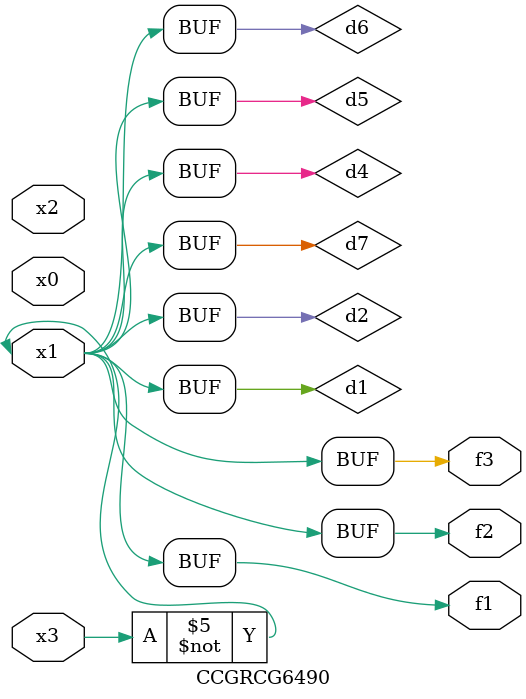
<source format=v>
module CCGRCG6490(
	input x0, x1, x2, x3,
	output f1, f2, f3
);

	wire d1, d2, d3, d4, d5, d6, d7;

	not (d1, x3);
	buf (d2, x1);
	xnor (d3, d1, d2);
	nor (d4, d1);
	buf (d5, d1, d2);
	buf (d6, d4, d5);
	nand (d7, d4);
	assign f1 = d6;
	assign f2 = d7;
	assign f3 = d6;
endmodule

</source>
